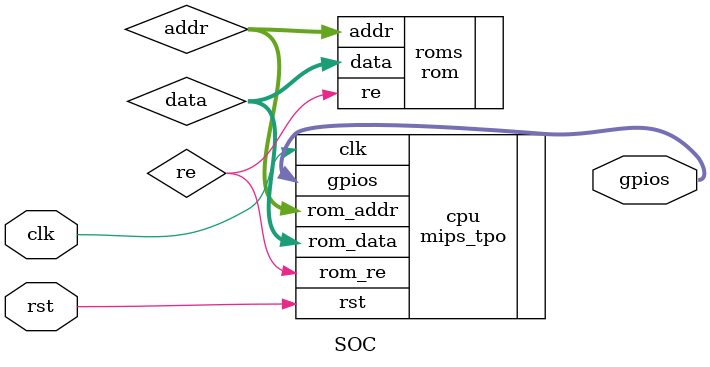
<source format=v>
`timescale 1ns / 1ps




module SOC(
    input clk,
    input rst,
    output [3:0] gpios
    );
    
wire [31:0]data;
wire [31:0]addr;
wire re;
(* keep_hierarchy = "yes" *)
  mips_tpo cpu(
       .clk(clk),
       .rst(rst),
       .rom_data(data),
       .rom_addr(addr),
       .rom_re(re),
       .gpios(gpios)
   );
 (* keep_hierarchy = "yes" *)
   rom roms(
        .re(re),
       .addr(addr),
       .data(data)
   );
endmodule

</source>
